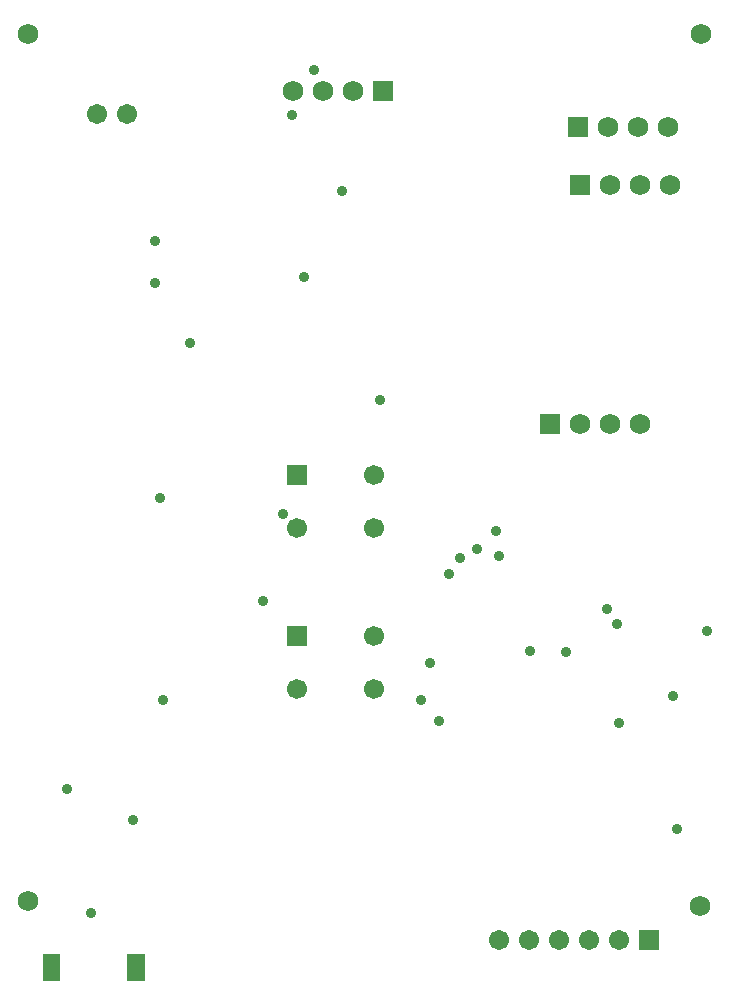
<source format=gbs>
G04*
G04 #@! TF.GenerationSoftware,Altium Limited,Altium Designer,23.4.1 (23)*
G04*
G04 Layer_Color=16711935*
%FSLAX25Y25*%
%MOIN*%
G70*
G04*
G04 #@! TF.SameCoordinates,3121AE9F-DB6A-48AE-AC32-4FE8ED9D71C7*
G04*
G04*
G04 #@! TF.FilePolarity,Negative*
G04*
G01*
G75*
%ADD31C,0.06698*%
%ADD32R,0.06698X0.06698*%
%ADD33C,0.02572*%
%ADD34R,0.06824X0.06824*%
%ADD35C,0.06824*%
%ADD36C,0.06800*%
%ADD37R,0.06706X0.06706*%
%ADD38C,0.06706*%
%ADD39C,0.06737*%
%ADD40C,0.03556*%
G36*
X19339Y1426D02*
X13603D01*
Y10488D01*
X19339D01*
Y1426D01*
D02*
G37*
G36*
X47488Y1424D02*
X41801D01*
Y10488D01*
X47488D01*
Y1424D01*
D02*
G37*
D31*
X98409Y152283D02*
D03*
X124000D02*
D03*
Y170000D02*
D03*
X98409Y98783D02*
D03*
X124000D02*
D03*
Y116500D02*
D03*
D32*
X98409Y170000D02*
D03*
Y116500D02*
D03*
D33*
X16484Y5961D02*
D03*
X44634D02*
D03*
D34*
X182496Y186957D02*
D03*
X127000Y298000D02*
D03*
X192516Y266945D02*
D03*
X192000Y286000D02*
D03*
D35*
X192496Y186957D02*
D03*
X202496D02*
D03*
X212496D02*
D03*
X117000Y298000D02*
D03*
X107000D02*
D03*
X97000D02*
D03*
X222516Y266945D02*
D03*
X212516D02*
D03*
X202516D02*
D03*
X222000Y286000D02*
D03*
X212000D02*
D03*
X202000D02*
D03*
D36*
X8500Y28000D02*
D03*
Y317000D02*
D03*
X233000D02*
D03*
X232500Y26500D02*
D03*
D37*
X215500Y15000D02*
D03*
D38*
X205500D02*
D03*
X195500D02*
D03*
X185500D02*
D03*
X175500D02*
D03*
X165500D02*
D03*
D39*
X31657Y290500D02*
D03*
X41500D02*
D03*
D40*
X104000Y305000D02*
D03*
X139658Y95158D02*
D03*
X125882Y195000D02*
D03*
X113435Y264935D02*
D03*
X145500Y88000D02*
D03*
X205000Y120500D02*
D03*
X201500Y125496D02*
D03*
X43500Y55000D02*
D03*
X53500Y95000D02*
D03*
X51000Y248000D02*
D03*
Y234000D02*
D03*
X165500Y143000D02*
D03*
X152500Y142500D02*
D03*
X188000Y111000D02*
D03*
X175965Y111465D02*
D03*
X87000Y128000D02*
D03*
X52500Y162500D02*
D03*
X62500Y214000D02*
D03*
X225000Y52000D02*
D03*
X223500Y96500D02*
D03*
X235000Y118000D02*
D03*
X96500Y290000D02*
D03*
X142500Y107500D02*
D03*
X149000Y137000D02*
D03*
X93500Y157193D02*
D03*
X100500Y236000D02*
D03*
X29500Y24000D02*
D03*
X21500Y65500D02*
D03*
X158437Y145500D02*
D03*
X164500Y151500D02*
D03*
X205500Y87500D02*
D03*
M02*

</source>
